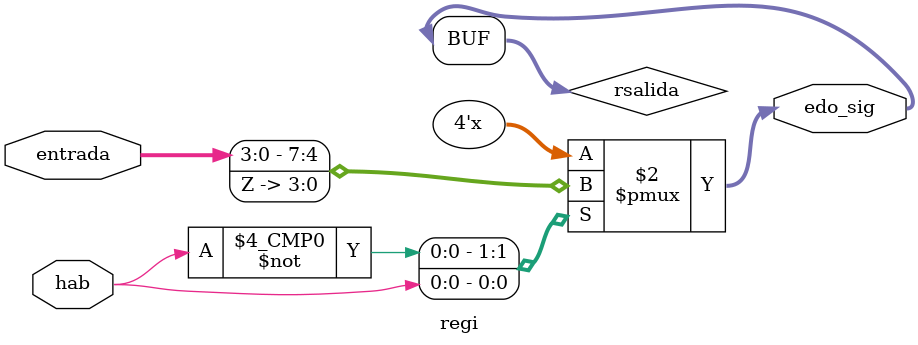
<source format=v>
module regi(entrada, hab, edo_sig);
	input[3:0] entrada;
	input hab;
	output[3:0] edo_sig;
	reg[3:0] rsalida;
	
	always @(entrada,hab)
	begin
		case(hab)
			1'b0 : rsalida = entrada;
			1'b1 : rsalida = 4'bzzzz;
		endcase
	end
	
	assign edo_sig = rsalida;
endmodule

</source>
